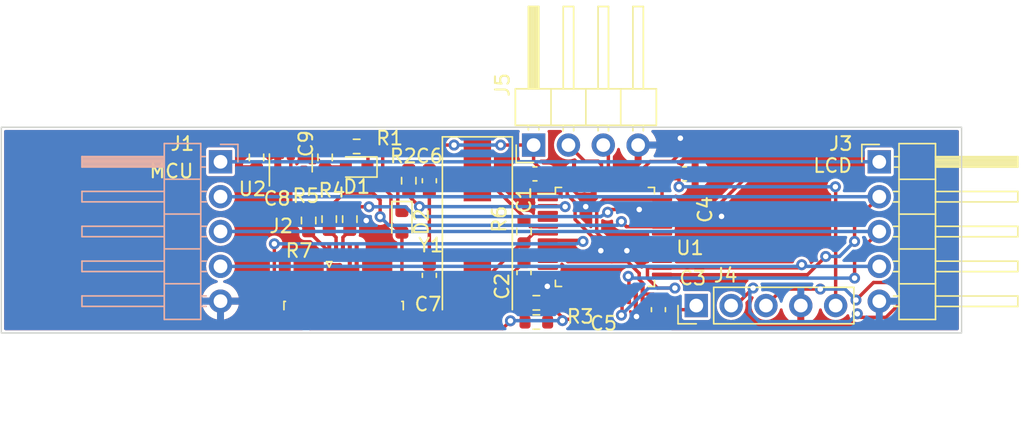
<source format=kicad_pcb>
(kicad_pcb (version 20210606) (generator pcbnew)
  (layers (0 "F.Cu" signal) (31 "B.Cu" signal) (34 "B.Paste" user) (35 "F.Paste" user) (36 "B.SilkS" user "B.Silkscreen") (37 "F.SilkS" user "F.Silkscreen") (38 "B.Mask" user) (39 "F.Mask" user) (44 "Edge.Cuts" user))
  (net 0 "")
  (net 1 "+3V3")
  (net 2 "GND")
  (net 3 "+5V")
  (net 4 "/DATA")
  (net 5 "/SCLK")
  (net 6 "/{slash}CS")
  (net 31 "/NRST")
  (net 32 "Net-(C6-Pad1)")
  (net 33 "/OSC_IN")
  (net 34 "/OSC_OUT")
  (net 35 "Net-(D1-Pad1)")
  (net 36 "Net-(D2-Pad1)")
  (net 37 "Net-(J2-Pad2)")
  (net 38 "Net-(J2-Pad3)")
  (net 39 "/SWCLK")
  (net 40 "/SWDIO")
  (net 41 "/PC13")
  (net 42 "VBUS")
  (net 43 "/USBDP")
  (net 44 "/USBDM")
  (net 45 "/SDA_USART1_RX")
  (net 46 "/SCL_USART1_TX")
  (footprint "Local:JUSHUO_AFC07-S05ECC-00_1x05_1MP_P0.5mm_Horizontal" (layer "F.Cu") (at 94.9 82.3)
    (fp_text reference "J2" (at -4.5 -4.1) (layer "F.SilkS"))
    (fp_text value "USB")
    (pad "1" smd rect (at -1 -2.2) (size 0.3 1.2) (layers "F.Cu" "F.Paste" "F.Mask") (net 42 "VBUS"))
    (pad "2" smd rect (at -0.5 -2.2) (size 0.3 1.2) (layers "F.Cu" "F.Paste" "F.Mask") (net 37 "Net-(J2-Pad2)"))
    (pad "3" smd rect (at 0 -2.2) (size 0.3 1.2) (layers "F.Cu" "F.Paste" "F.Mask") (net 38 "Net-(J2-Pad3)"))
    (pad "4" smd rect (at 0.5 -2.2) (size 0.3 1.2) (layers "F.Cu" "F.Paste" "F.Mask") (net 2 "GND"))
    (pad "5" smd rect (at 1 -2.2) (size 0.3 1.2) (layers "F.Cu" "F.Paste" "F.Mask") (net 2 "GND"))
    (pad "MP" smd rect (at 2.5 0) (size 2.2 3.3) (layers "F.Cu" "F.Paste" "F.Mask"))
    (pad "MP" smd rect (at -2.5 0) (size 2.2 3.3) (layers "F.Cu" "F.Paste" "F.Mask"))
  )
  (footprint "Resistor_SMD:R_0603_1608Metric" (layer "F.Cu") (at 92.4 77.8 90)
    (fp_text reference "R7" (at -2.2 -0.7 180) (layer "F.SilkS"))
    (fp_text value "4.7k" hide)
    (pad "1" smd roundrect locked (at -0.825 0 90) (size 0.8 0.95) (layers "F.Cu" "F.Paste" "F.Mask") (net 42 "VBUS"))
    (pad "2" smd roundrect locked (at 0.825 0 90) (size 0.8 0.95) (layers "F.Cu" "F.Paste" "F.Mask") (net 43 "/USBDP"))
  )
  (footprint "Package_QFP:LQFP-48_7x7mm_P0.5mm" (layer "F.Cu") (at 114 79)
    (fp_text reference "U1" (at 6.2 0.8) (layer "F.SilkS"))
    (fp_text value "STM32F103C8Tx" hide)
    (pad "1" smd roundrect locked (at -4.1625 -2.75) (size 1.475 0.3) (layers "F.Cu" "F.Paste" "F.Mask"))
    (pad "2" smd roundrect locked (at -4.1625 -2.25) (size 1.475 0.3) (layers "F.Cu" "F.Paste" "F.Mask") (net 41 "/PC13"))
    (pad "3" smd roundrect locked (at -4.1625 -1.75) (size 1.475 0.3) (layers "F.Cu" "F.Paste" "F.Mask"))
    (pad "4" smd roundrect locked (at -4.1625 -1.25) (size 1.475 0.3) (layers "F.Cu" "F.Paste" "F.Mask"))
    (pad "5" smd roundrect locked (at -4.1625 -0.75) (size 1.475 0.3) (layers "F.Cu" "F.Paste" "F.Mask") (net 33 "/OSC_IN"))
    (pad "6" smd roundrect locked (at -4.1625 -0.25) (size 1.475 0.3) (layers "F.Cu" "F.Paste" "F.Mask") (net 34 "/OSC_OUT"))
    (pad "7" smd roundrect locked (at -4.1625 0.25) (size 1.475 0.3) (layers "F.Cu" "F.Paste" "F.Mask") (net 31 "/NRST"))
    (pad "8" smd roundrect locked (at -4.1625 0.75) (size 1.475 0.3) (layers "F.Cu" "F.Paste" "F.Mask") (net 2 "GND"))
    (pad "9" smd roundrect locked (at -4.1625 1.25) (size 1.475 0.3) (layers "F.Cu" "F.Paste" "F.Mask") (net 1 "+3V3"))
    (pad "10" smd roundrect locked (at -4.1625 1.75) (size 1.475 0.3) (layers "F.Cu" "F.Paste" "F.Mask"))
    (pad "11" smd roundrect locked (at -4.1625 2.25) (size 1.475 0.3) (layers "F.Cu" "F.Paste" "F.Mask"))
    (pad "12" smd roundrect locked (at -4.1625 2.75) (size 1.475 0.3) (layers "F.Cu" "F.Paste" "F.Mask"))
    (pad "13" smd roundrect locked (at -2.75 4.1625) (size 0.3 1.475) (layers "F.Cu" "F.Paste" "F.Mask"))
    (pad "14" smd roundrect locked (at -2.25 4.1625) (size 0.3 1.475) (layers "F.Cu" "F.Paste" "F.Mask"))
    (pad "15" smd roundrect locked (at -1.75 4.1625) (size 0.3 1.475) (layers "F.Cu" "F.Paste" "F.Mask"))
    (pad "16" smd roundrect locked (at -1.25 4.1625) (size 0.3 1.475) (layers "F.Cu" "F.Paste" "F.Mask"))
    (pad "17" smd roundrect locked (at -0.75 4.1625) (size 0.3 1.475) (layers "F.Cu" "F.Paste" "F.Mask"))
    (pad "18" smd roundrect locked (at -0.25 4.1625) (size 0.3 1.475) (layers "F.Cu" "F.Paste" "F.Mask"))
    (pad "19" smd roundrect locked (at 0.25 4.1625) (size 0.3 1.475) (layers "F.Cu" "F.Paste" "F.Mask") (net 2 "GND"))
    (pad "20" smd roundrect locked (at 0.75 4.1625) (size 0.3 1.475) (layers "F.Cu" "F.Paste" "F.Mask"))
    (pad "21" smd roundrect locked (at 1.25 4.1625) (size 0.3 1.475) (layers "F.Cu" "F.Paste" "F.Mask") (net 6 "/{slash}CS"))
    (pad "22" smd roundrect locked (at 1.75 4.1625) (size 0.3 1.475) (layers "F.Cu" "F.Paste" "F.Mask") (net 5 "/SCLK"))
    (pad "23" smd roundrect locked (at 2.25 4.1625) (size 0.3 1.475) (layers "F.Cu" "F.Paste" "F.Mask") (net 2 "GND"))
    (pad "24" smd roundrect locked (at 2.75 4.1625) (size 0.3 1.475) (layers "F.Cu" "F.Paste" "F.Mask") (net 1 "+3V3"))
    (pad "25" smd roundrect locked (at 4.1625 2.75) (size 1.475 0.3) (layers "F.Cu" "F.Paste" "F.Mask") (net 4 "/DATA"))
    (pad "26" smd roundrect locked (at 4.1625 2.25) (size 1.475 0.3) (layers "F.Cu" "F.Paste" "F.Mask") (net 6 "/{slash}CS"))
    (pad "27" smd roundrect locked (at 4.1625 1.75) (size 1.475 0.3) (layers "F.Cu" "F.Paste" "F.Mask"))
    (pad "28" smd roundrect locked (at 4.1625 1.25) (size 1.475 0.3) (layers "F.Cu" "F.Paste" "F.Mask"))
    (pad "29" smd roundrect locked (at 4.1625 0.75) (size 1.475 0.3) (layers "F.Cu" "F.Paste" "F.Mask"))
    (pad "30" smd roundrect locked (at 4.1625 0.25) (size 1.475 0.3) (layers "F.Cu" "F.Paste" "F.Mask"))
    (pad "31" smd roundrect locked (at 4.1625 -0.25) (size 1.475 0.3) (layers "F.Cu" "F.Paste" "F.Mask"))
    (pad "32" smd roundrect locked (at 4.1625 -0.75) (size 1.475 0.3) (layers "F.Cu" "F.Paste" "F.Mask") (net 44 "/USBDM"))
    (pad "33" smd roundrect locked (at 4.1625 -1.25) (size 1.475 0.3) (layers "F.Cu" "F.Paste" "F.Mask") (net 43 "/USBDP"))
    (pad "34" smd roundrect locked (at 4.1625 -1.75) (size 1.475 0.3) (layers "F.Cu" "F.Paste" "F.Mask") (net 40 "/SWDIO"))
    (pad "35" smd roundrect locked (at 4.1625 -2.25) (size 1.475 0.3) (layers "F.Cu" "F.Paste" "F.Mask") (net 2 "GND"))
    (pad "36" smd roundrect locked (at 4.1625 -2.75) (size 1.475 0.3) (layers "F.Cu" "F.Paste" "F.Mask") (net 1 "+3V3"))
    (pad "37" smd roundrect locked (at 2.75 -4.1625) (size 0.3 1.475) (layers "F.Cu" "F.Paste" "F.Mask") (net 39 "/SWCLK"))
    (pad "38" smd roundrect locked (at 2.25 -4.1625) (size 0.3 1.475) (layers "F.Cu" "F.Paste" "F.Mask"))
    (pad "39" smd roundrect locked (at 1.75 -4.1625) (size 0.3 1.475) (layers "F.Cu" "F.Paste" "F.Mask"))
    (pad "40" smd roundrect locked (at 1.25 -4.1625) (size 0.3 1.475) (layers "F.Cu" "F.Paste" "F.Mask"))
    (pad "41" smd roundrect locked (at 0.75 -4.1625) (size 0.3 1.475) (layers "F.Cu" "F.Paste" "F.Mask"))
    (pad "42" smd roundrect locked (at 0.25 -4.1625) (size 0.3 1.475) (layers "F.Cu" "F.Paste" "F.Mask") (net 46 "/SCL_USART1_TX"))
    (pad "43" smd roundrect locked (at -0.25 -4.1625) (size 0.3 1.475) (layers "F.Cu" "F.Paste" "F.Mask") (net 45 "/SDA_USART1_RX"))
    (pad "44" smd roundrect locked (at -0.75 -4.1625) (size 0.3 1.475) (layers "F.Cu" "F.Paste" "F.Mask") (net 2 "GND"))
    (pad "45" smd roundrect locked (at -1.25 -4.1625) (size 0.3 1.475) (layers "F.Cu" "F.Paste" "F.Mask"))
    (pad "46" smd roundrect locked (at -1.75 -4.1625) (size 0.3 1.475) (layers "F.Cu" "F.Paste" "F.Mask"))
    (pad "47" smd roundrect locked (at -2.25 -4.1625) (size 0.3 1.475) (layers "F.Cu" "F.Paste" "F.Mask") (net 2 "GND"))
    (pad "48" smd roundrect locked (at -2.75 -4.1625) (size 0.3 1.475) (layers "F.Cu" "F.Paste" "F.Mask") (net 1 "+3V3"))
  )
  (footprint "Capacitor_SMD:C_0603_1608Metric" (layer "F.Cu") (at 108.1 81.6 -90)
    (fp_text reference "C2" (at 1 1.6 90) (layer "F.SilkS"))
    (fp_text value "100n" hide)
    (pad "1" smd roundrect locked (at -0.775 0 270) (size 0.9 0.95) (layers "F.Cu" "F.Paste" "F.Mask") (net 1 "+3V3"))
    (pad "2" smd roundrect locked (at 0.775 0 270) (size 0.9 0.95) (layers "F.Cu" "F.Paste" "F.Mask") (net 2 "GND"))
  )
  (footprint "Capacitor_SMD:C_0603_1608Metric" (layer "F.Cu") (at 108.9 74.4 180)
    (fp_text reference "C1" (at 0.8 -1.9 90) (layer "F.SilkS"))
    (fp_text value "100n" hide)
    (pad "1" smd roundrect locked (at -0.775 0 180) (size 0.9 0.95) (layers "F.Cu" "F.Paste" "F.Mask") (net 1 "+3V3"))
    (pad "2" smd roundrect locked (at 0.775 0 180) (size 0.9 0.95) (layers "F.Cu" "F.Paste" "F.Mask") (net 2 "GND"))
  )
  (footprint "Capacitor_SMD:C_0603_1608Metric" (layer "F.Cu") (at 117.9 84.3 -90)
    (fp_text reference "C3" (at -2.3 -2.5 180) (layer "F.SilkS"))
    (fp_text value "100n" hide)
    (pad "1" smd roundrect locked (at -0.775 0 270) (size 0.9 0.95) (layers "F.Cu" "F.Paste" "F.Mask") (net 1 "+3V3"))
    (pad "2" smd roundrect locked (at 0.775 0 270) (size 0.9 0.95) (layers "F.Cu" "F.Paste" "F.Mask") (net 2 "GND"))
  )
  (footprint "Connector_PinHeader_2.54mm:PinHeader_1x05_P2.54mm_Vertical" (layer "F.Cu") (at 120.66 84 90)
    (fp_text reference "J4" (at 2.2 2.14 180) (layer "F.SilkS"))
    (fp_text value "ST-Link V2" hide)
    (pad "1" thru_hole rect locked (at 0 0 90) (size 1.7 1.7) (drill 1) (layers *.Cu *.Mask) (net 31 "/NRST"))
    (pad "2" thru_hole oval locked (at 0 2.54 90) (size 1.7 1.7) (drill 1) (layers *.Cu *.Mask) (net 39 "/SWCLK"))
    (pad "3" thru_hole oval locked (at 0 5.08 90) (size 1.7 1.7) (drill 1) (layers *.Cu *.Mask) (net 40 "/SWDIO"))
    (pad "4" thru_hole oval locked (at 0 7.62 90) (size 1.7 1.7) (drill 1) (layers *.Cu *.Mask) (net 2 "GND"))
    (pad "5" thru_hole oval locked (at 0 10.16 90) (size 1.7 1.7) (drill 1) (layers *.Cu *.Mask) (net 1 "+3V3"))
  )
  (footprint "LED_SMD:LED_0603_1608Metric" (layer "F.Cu") (at 95.9 73.9 180)
    (fp_text reference "D1" (at 0 -1.43) (layer "F.SilkS"))
    (fp_text value "LED_3V3" hide)
    (pad "1" smd roundrect (at -0.7875 0 180) (size 0.875 0.95) (layers "F.Cu" "F.Paste" "F.Mask") (net 35 "Net-(D1-Pad1)"))
    (pad "2" smd roundrect (at 0.7875 0 180) (size 0.875 0.95) (layers "F.Cu" "F.Paste" "F.Mask") (net 1 "+3V3"))
  )
  (footprint "Connector_PinHeader_2.54mm:PinHeader_1x05_P2.54mm_Horizontal" (layer "F.Cu") (at 134 73.525)
    (fp_text reference "J3" (at -2.8 -1.325) (layer "F.SilkS"))
    (fp_text value "LCD" (at -3.4 0.275) (layer "F.SilkS"))
    (pad "1" thru_hole rect locked (at 0 0) (size 1.7 1.7) (drill 1) (layers *.Cu *.Mask) (net 3 "+5V"))
    (pad "2" thru_hole oval locked (at 0 2.54) (size 1.7 1.7) (drill 1) (layers *.Cu *.Mask) (net 4 "/DATA"))
    (pad "3" thru_hole oval locked (at 0 5.08) (size 1.7 1.7) (drill 1) (layers *.Cu *.Mask) (net 5 "/SCLK"))
    (pad "4" thru_hole oval locked (at 0 7.62) (size 1.7 1.7) (drill 1) (layers *.Cu *.Mask) (net 6 "/{slash}CS"))
    (pad "5" thru_hole oval locked (at 0 10.16) (size 1.7 1.7) (drill 1) (layers *.Cu *.Mask) (net 2 "GND"))
  )
  (footprint "Resistor_SMD:R_0603_1608Metric" (layer "F.Cu") (at 93.6 73.2 90)
    (fp_text reference "C9" (at 1 -1.4 270) (layer "F.SilkS"))
    (fp_text value "1uF" hide)
    (pad "1" smd roundrect locked (at -0.825 0 90) (size 0.8 0.95) (layers "F.Cu" "F.Paste" "F.Mask") (net 1 "+3V3"))
    (pad "2" smd roundrect locked (at 0.825 0 90) (size 0.8 0.95) (layers "F.Cu" "F.Paste" "F.Mask") (net 2 "GND"))
  )
  (footprint "Resistor_SMD:R_0603_1608Metric" (layer "F.Cu") (at 108.1 78.6 -90)
    (fp_text reference "R6" (at -0.9 1.8 -90) (layer "F.SilkS"))
    (fp_text value "1M" hide)
    (pad "1" smd roundrect locked (at -0.825 0 270) (size 0.8 0.95) (layers "F.Cu" "F.Paste" "F.Mask") (net 33 "/OSC_IN"))
    (pad "2" smd roundrect locked (at 0.825 0 270) (size 0.8 0.95) (layers "F.Cu" "F.Paste" "F.Mask") (net 34 "/OSC_OUT"))
  )
  (footprint "Connector_PinHeader_2.54mm:PinHeader_1x04_P2.54mm_Horizontal" (layer "F.Cu") (at 108.8 72.3 90)
    (fp_text reference "J5" (at 4.385 -2.27 90) (layer "F.SilkS"))
    (fp_text value "EXPANSION")
    (pad "1" thru_hole rect locked (at 0 0 90) (size 1.7 1.7) (drill 1) (layers *.Cu *.Mask) (net 1 "+3V3"))
    (pad "2" thru_hole oval locked (at 0 2.54 90) (size 1.7 1.7) (drill 1) (layers *.Cu *.Mask) (net 45 "/SDA_USART1_RX"))
    (pad "3" thru_hole oval locked (at 0 5.08 90) (size 1.7 1.7) (drill 1) (layers *.Cu *.Mask) (net 46 "/SCL_USART1_TX"))
    (pad "4" thru_hole oval locked (at 0 7.62 90) (size 1.7 1.7) (drill 1) (layers *.Cu *.Mask) (net 2 "GND"))
  )
  (footprint "Resistor_SMD:R_0603_1608Metric" (layer "F.Cu") (at 93.9 77.7 90)
    (fp_text reference "R5" (at 1.7 -1.7 180) (layer "F.SilkS"))
    (fp_text value "20R" hide)
    (pad "1" smd roundrect locked (at -0.825 0 90) (size 0.8 0.95) (layers "F.Cu" "F.Paste" "F.Mask") (net 37 "Net-(J2-Pad2)"))
    (pad "2" smd roundrect locked (at 0.825 0 90) (size 0.8 0.95) (layers "F.Cu" "F.Paste" "F.Mask") (net 44 "/USBDM"))
  )
  (footprint "Resistor_SMD:R_0603_1608Metric" (layer "F.Cu") (at 95.9 72.4 180)
    (fp_text reference "R1" (at -2.4 0.6) (layer "F.SilkS"))
    (fp_text value "510" hide)
    (pad "1" smd roundrect locked (at -0.825 0 180) (size 0.8 0.95) (layers "F.Cu" "F.Paste" "F.Mask") (net 35 "Net-(D1-Pad1)"))
    (pad "2" smd roundrect locked (at 0.825 0 180) (size 0.8 0.95) (layers "F.Cu" "F.Paste" "F.Mask") (net 2 "GND"))
  )
  (footprint "Package_TO_SOT_SMD:SOT-23" (layer "F.Cu") (at 91.1 73.6 90)
    (fp_text reference "U2" (at -1.9 -2.8 180) (layer "F.SilkS"))
    (fp_text value "XC6206PxxxMR" hide)
    (pad "1" smd roundrect locked (at -0.9375 -0.95 90) (size 1.475 0.6) (layers "F.Cu" "F.Paste" "F.Mask") (net 2 "GND"))
    (pad "2" smd roundrect locked (at -0.9375 0.95 90) (size 1.475 0.6) (layers "F.Cu" "F.Paste" "F.Mask") (net 1 "+3V3"))
    (pad "3" smd roundrect locked (at 0.9375 0 90) (size 1.475 0.6) (layers "F.Cu" "F.Paste" "F.Mask") (net 42 "VBUS"))
  )
  (footprint "Crystal:Crystal_SMD_HC49-SD" (layer "F.Cu") (at 104.7 78.4 -90)
    (fp_text reference "Y1" (at 1.2 3.4) (layer "F.SilkS"))
    (fp_text value "8 MHz" hide)
    (pad "1" smd rect locked (at -4.25 0 270) (size 4.5 2) (layers "F.Cu" "F.Paste" "F.Mask") (net 33 "/OSC_IN"))
    (pad "2" smd rect locked (at 4.25 0 270) (size 4.5 2) (layers "F.Cu" "F.Paste" "F.Mask") (net 34 "/OSC_OUT"))
  )
  (footprint "Capacitor_SMD:C_0603_1608Metric" (layer "F.Cu") (at 101.2 81.8 -90)
    (fp_text reference "C7" (at 2.1 0.1 180) (layer "F.SilkS"))
    (fp_text value "20p" hide)
    (pad "1" smd roundrect locked (at -0.775 0 270) (size 0.9 0.95) (layers "F.Cu" "F.Paste" "F.Mask") (net 32 "Net-(C6-Pad1)"))
    (pad "2" smd roundrect locked (at 0.775 0 270) (size 0.9 0.95) (layers "F.Cu" "F.Paste" "F.Mask") (net 34 "/OSC_OUT"))
  )
  (footprint "Resistor_SMD:R_0603_1608Metric" (layer "F.Cu") (at 88.6 73.2 -90)
    (fp_text reference "C8" (at 3 -1.5 180) (layer "F.SilkS"))
    (fp_text value "1uF" hide)
    (pad "1" smd roundrect locked (at -0.825 0 270) (size 0.8 0.95) (layers "F.Cu" "F.Paste" "F.Mask") (net 42 "VBUS"))
    (pad "2" smd roundrect locked (at 0.825 0 270) (size 0.8 0.95) (layers "F.Cu" "F.Paste" "F.Mask") (net 2 "GND"))
  )
  (footprint "Capacitor_SMD:C_0603_1608Metric" (layer "F.Cu") (at 101.2 74.9 90)
    (fp_text reference "C6" (at 1.8 0 180) (layer "F.SilkS"))
    (fp_text value "20p" hide)
    (pad "1" smd roundrect locked (at -0.775 0 90) (size 0.9 0.95) (layers "F.Cu" "F.Paste" "F.Mask") (net 32 "Net-(C6-Pad1)"))
    (pad "2" smd roundrect locked (at 0.775 0 90) (size 0.9 0.95) (layers "F.Cu" "F.Paste" "F.Mask") (net 33 "/OSC_IN"))
  )
  (footprint "Resistor_SMD:R_0603_1608Metric" (layer "F.Cu") (at 109 83.8 180)
    (fp_text reference "C5" (at -4.9 -1.5) (layer "F.SilkS"))
    (fp_text value "1uF" hide)
    (pad "1" smd roundrect locked (at -0.825 0 180) (size 0.8 0.95) (layers "F.Cu" "F.Paste" "F.Mask") (net 31 "/NRST"))
    (pad "2" smd roundrect locked (at 0.825 0 180) (size 0.8 0.95) (layers "F.Cu" "F.Paste" "F.Mask") (net 2 "GND"))
  )
  (footprint "LED_SMD:LED_0603_1608Metric" (layer "F.Cu") (at 99.2 77.9 -90)
    (fp_text reference "D2" (at 0 -1.43 90) (layer "F.SilkS"))
    (fp_text value "LED_PC13" hide)
    (pad "1" smd roundrect (at -0.7875 0 270) (size 0.875 0.95) (layers "F.Cu" "F.Paste" "F.Mask") (net 36 "Net-(D2-Pad1)"))
    (pad "2" smd roundrect (at 0.7875 0 270) (size 0.875 0.95) (layers "F.Cu" "F.Paste" "F.Mask") (net 1 "+3V3"))
  )
  (footprint "Resistor_SMD:R_0603_1608Metric" (layer "F.Cu") (at 95.4 77.7 90)
    (fp_text reference "R4" (at 2.1 -1.3 180) (layer "F.SilkS"))
    (fp_text value "20R" hide)
    (pad "1" smd roundrect locked (at -0.825 0 90) (size 0.8 0.95) (layers "F.Cu" "F.Paste" "F.Mask") (net 38 "Net-(J2-Pad3)"))
    (pad "2" smd roundrect locked (at 0.825 0 90) (size 0.8 0.95) (layers "F.Cu" "F.Paste" "F.Mask") (net 43 "/USBDP"))
  )
  (footprint "Resistor_SMD:R_0603_1608Metric" (layer "F.Cu") (at 99.7 74.9 -90)
    (fp_text reference "R2" (at -1.8 0.4 180) (layer "F.SilkS"))
    (fp_text value "510" hide)
    (pad "1" smd roundrect locked (at -0.825 0 270) (size 0.8 0.95) (layers "F.Cu" "F.Paste" "F.Mask") (net 36 "Net-(D2-Pad1)"))
    (pad "2" smd roundrect locked (at 0.825 0 270) (size 0.8 0.95) (layers "F.Cu" "F.Paste" "F.Mask") (net 41 "/PC13"))
  )
  (footprint "Resistor_SMD:R_0603_1608Metric" (layer "F.Cu") (at 109 85.2)
    (fp_text reference "R3" (at 3.2 -0.4) (layer "F.SilkS"))
    (fp_text value "10K" hide)
    (pad "1" smd roundrect locked (at -0.825 0) (size 0.8 0.95) (layers "F.Cu" "F.Paste" "F.Mask") (net 1 "+3V3"))
    (pad "2" smd roundrect locked (at 0.825 0) (size 0.8 0.95) (layers "F.Cu" "F.Paste" "F.Mask") (net 31 "/NRST"))
  )
  (footprint "Capacitor_SMD:C_0603_1608Metric" (layer "F.Cu") (at 119.8 74.4)
    (fp_text reference "C4" (at 1.5 2.6 90) (layer "F.SilkS"))
    (fp_text value "100n" hide)
    (pad "1" smd roundrect locked (at -0.775 0) (size 0.9 0.95) (layers "F.Cu" "F.Paste" "F.Mask") (net 1 "+3V3"))
    (pad "2" smd roundrect locked (at 0.775 0) (size 0.9 0.95) (layers "F.Cu" "F.Paste" "F.Mask") (net 2 "GND"))
  )
  (footprint "Connector_PinHeader_2.54mm:PinHeader_1x05_P2.54mm_Horizontal" (layer "B.Cu") (at 85.975 73.52 180)
    (fp_text reference "J1" (at 2.775 1.32) (layer "F.SilkS"))
    (fp_text value "MCU" (at 3.575 -0.68) (layer "F.SilkS"))
    (pad "1" thru_hole rect locked (at 0 0 180) (size 1.7 1.7) (drill 1) (layers *.Cu *.Mask) (net 3 "+5V"))
    (pad "2" thru_hole oval locked (at 0 -2.54 180) (size 1.7 1.7) (drill 1) (layers *.Cu *.Mask) (net 4 "/DATA"))
    (pad "3" thru_hole oval locked (at 0 -5.08 180) (size 1.7 1.7) (drill 1) (layers *.Cu *.Mask) (net 5 "/SCLK"))
    (pad "4" thru_hole oval locked (at 0 -7.62 180) (size 1.7 1.7) (drill 1) (layers *.Cu *.Mask) (net 6 "/{slash}CS"))
    (pad "5" thru_hole oval locked (at 0 -10.16 180) (size 1.7 1.7) (drill 1) (layers *.Cu *.Mask) (net 2 "GND"))
  )
  (gr_rect (start 70 71) (end 140 86) (layer "Edge.Cuts") (width 0.1) (fill none))
  (segment (start 109.8375 80.25) (end 108.675 80.25) (width 0.25) (layer "F.Cu") (net 1))
  (segment (start 99.2 81.83421) (end 102.590301 85.224511) (width 0.25) (layer "F.Cu") (net 1))
  (segment (start 118.1625 76.25) (end 113.925386 76.25) (width 0.25) (layer "F.Cu") (net 1))
  (segment (start 113.925386 76.25) (end 113.4 76.775386) (width 0.25) (layer "F.Cu") (net 1))
  (segment (start 95.1125 73.9) (end 93.725 73.9) (width 0.25) (layer "F.Cu") (net 1))
  (segment (start 98.40048 77.98798) (end 98.40048 75.96165) (width 0.25) (layer "F.Cu") (net 1))
  (segment (start 92.5625 74.025) (end 92.05 74.5375) (width 0.25) (layer "F.Cu") (net 1))
  (segment (start 108.675 80.25) (end 108.1 80.825) (width 0.25) (layer "F.Cu") (net 1))
  (segment (start 116.75 82.352922) (end 116.497558 82.10048) (width 0.25) (layer "F.Cu") (net 1))
  (segment (start 102.590301 85.224511) (end 105.975489 85.224511) (width 0.25) (layer "F.Cu") (net 1))
  (segment (start 105.975489 85.224511) (end 107.3 83.9) (width 0.25) (layer "F.Cu") (net 1))
  (segment (start 113.724557 78.999943) (end 114.5 79.775386) (width 0.25) (layer "F.Cu") (net 1))
  (segment (start 119.025 74.45) (end 118.1625 75.3125) (width 0.25) (layer "F.Cu") (net 1))
  (segment (start 111.824511 77.724397) (end 113.100057 78.999943) (width 0.25) (layer "F.Cu") (net 1))
  (segment (start 113.4 78.675386) (end 113.724557 78.999943) (width 0.25) (layer "F.Cu") (net 1))
  (segment (start 115.655114 80.8) (end 111.3 80.8) (width 0.25) (layer "F.Cu") (net 1))
  (segment (start 107.3 84.148854) (end 107.3 83.9) (width 0.25) (layer "F.Cu") (net 1))
  (segment (start 110.8125 74.4) (end 111.25 74.8375) (width 0.25) (layer "F.Cu") (net 1))
  (segment (start 119.4 75.3405) (end 119.4 74.775) (width 0.25) (layer "F.Cu") (net 1))
  (segment (start 108.8 73.525) (end 109.675 74.4) (width 0.25) (layer "F.Cu") (net 1))
  (segment (start 93.725 73.9) (end 93.6 74.025) (width 0.25) (layer "F.Cu") (net 1))
  (segment (start 119.025 74.4) (end 119.025 74.45) (width 0.25) (layer "F.Cu") (net 1))
  (segment (start 108.175 85.023854) (end 107.3 84.148854) (width 0.25) (layer "F.Cu") (net 1))
  (segment (start 99.2 78.7875) (end 99.2 81.83421) (width 0.25) (layer "F.Cu") (net 1))
  (segment (start 111.3 80.8) (end 110.75 80.25) (width 0.25) (layer "F.Cu") (net 1))
  (segment (start 130.82 84) (end 130.82 75.42) (width 0.25) (layer "F.Cu") (net 1))
  (segment (start 111.25 75.914886) (end 111.824511 76.489397) (width 0.25) (layer "F.Cu") (net 1))
  (segment (start 111.824511 76.489397) (end 111.824511 77.724397) (width 0.25) (layer "F.Cu") (net 1))
  (segment (start 116.497558 82.10048) (end 116.497558 81.642444) (width 0.25) (layer "F.Cu") (net 1))
  (segment (start 113.4 76.775386) (end 113.4 78.675386) (width 0.25) (layer "F.Cu") (net 1))
  (segment (start 98.40048 75.96165) (end 97.13835 74.69952) (width 0.25) (layer "F.Cu") (net 1))
  (segment (start 108.175 85.2) (end 108.175 85.023854) (width 0.25) (layer "F.Cu") (net 1))
  (segment (start 110.75 80.25) (end 109.8375 80.25) (width 0.25) (layer "F.Cu") (net 1))
  (segment (start 93.6 74.025) (end 92.5625 74.025) (width 0.25) (layer "F.Cu") (net 1))
  (segment (start 109.675 74.4) (end 110.8125 74.4) (width 0.25) (layer "F.Cu") (net 1))
  (segment (start 97.8 74.03787) (end 97.13835 74.69952) (width 0.25) (layer "F.Cu") (net 1))
  (segment (start 111.25 74.8375) (end 111.25 75.914886) (width 0.25) (layer "F.Cu") (net 1))
  (segment (start 97.8 72.7) (end 97.8 74.03787) (width 0.25) (layer "F.Cu") (net 1))
  (segment (start 99.2 78.7875) (end 98.40048 77.98798) (width 0.25) (layer "F.Cu") (net 1))
  (segment (start 116.75 83.1625) (end 116.75 82.352922) (width 0.25) (layer "F.Cu") (net 1))
  (segment (start 116.497558 81.642444) (end 115.655114 80.8) (width 0.25) (layer "F.Cu") (net 1))
  (segment (start 113.100057 78.999943) (end 113.724557 78.999943) (width 0.25) (layer "F.Cu") (net 1))
  (segment (start 116.75 83.1625) (end 117.5375 83.1625) (width 0.25) (layer "F.Cu") (net 1))
  (segment (start 119.4 74.775) (end 119.025 74.4) (width 0.25) (layer "F.Cu") (net 1))
  (segment (start 108.8 72.3) (end 108.8 73.525) (width 0.25) (layer "F.Cu") (net 1))
  (segment (start 97.13835 74.69952) (end 95.91202 74.69952) (width 0.25) (layer "F.Cu") (net 1))
  (segment (start 117.5375 83.1625) (end 117.9 83.525) (width 0.25) (layer "F.Cu") (net 1))
  (segment (start 118.1625 75.3125) (end 118.1625 76.25) (width 0.25) (layer "F.Cu") (net 1))
  (segment (start 107.3 81.625) (end 108.1 80.825) (width 0.25) (layer "F.Cu") (net 1))
  (segment (start 107.3 83.9) (end 107.3 81.625) (width 0.25) (layer "F.Cu") (net 1))
  (segment (start 114.5 79.775386) (end 114.5 80.8) (width 0.25) (layer "F.Cu") (net 1))
  (segment (start 98.2 72.3) (end 97.8 72.7) (width 0.25) (layer "F.Cu") (net 1))
  (segment (start 95.91202 74.69952) (end 95.1125 73.9) (width 0.25) (layer "F.Cu") (net 1))
  (segment (start 95.0875 73.925) (end 95.1125 73.9) (width 0.25) (layer "F.Cu") (net 1))
  (segment (start 106.4 72.3) (end 108.8 72.3) (width 0.25) (layer "F.Cu") (net 1))
  (segment (start 103 72.3) (end 98.2 72.3) (width 0.25) (layer "F.Cu") (net 1))
  (via (at 119.4 75.3405) (size 0.8) (drill 0.4) (layers "F.Cu" "B.Cu") (net 1))
  (via (at 103 72.3) (size 0.8) (drill 0.4) (layers "F.Cu" "B.Cu") (net 1))
  (via (at 130.8 75.3405) (size 0.8) (drill 0.4) (layers "F.Cu" "B.Cu") (net 1))
  (via (at 106.4 72.3) (size 0.8) (drill 0.4) (layers "F.Cu" "B.Cu") (net 1))
  (segment (start 106.4 72.3) (end 103 72.3) (width 0.25) (layer "B.Cu") (net 1))
  (segment (start 119.4 75.3405) (end 130.8 75.3405) (width 0.25) (layer "B.Cu") (net 1))
  (segment (start 119 72.3) (end 119.5 71.8) (width 0.25) (layer "F.Cu") (net 2))
  (segment (start 113.25 75.647078) (end 113.25 74.8375) (width 0.25) (layer "F.Cu") (net 2))
  (segment (start 112.997558 75.89952) (end 113.25 75.647078) (width 0.25) (layer "F.Cu") (net 2))
  (segment (start 112.002442 75.89952) (end 112.49952 75.89952) (width 0.25) (layer "F.Cu") (net 2))
  (segment (start 112.49952 75.89952) (end 112.997558 75.89952) (width 0.25) (layer "F.Cu") (net 2))
  (segment (start 111.75 75.647078) (end 112.002442 75.89952) (width 0.25) (layer "F.Cu") (net 2))
  (segment (start 112.49952 76.789031) (end 112.49952 75.89952) (width 0.25) (layer "F.Cu") (net 2))
  (segment (start 111.75 74.8375) (end 111.75 75.647078) (width 0.25) (layer "F.Cu") (net 2))
  (segment (start 116.42 72.3) (end 119 72.3) (width 0.25) (layer "F.Cu") (net 2))
  (segment (start 112.6 76.789511) (end 112.49952 76.789031) (width 0.25) (layer "F.Cu") (net 2))
  (via (at 122.5 77.5) (size 0.8) (drill 0.4) (layers "F.Cu" "B.Cu") (net 2))
  (via (at 113.7 80) (size 0.8) (drill 0.4) (layers "F.Cu" "B.Cu") (net 2))
  (via (at 115.6 80) (size 0.8) (drill 0.4) (layers "F.Cu" "B.Cu") (net 2))
  (via (at 96.6 77.8) (size 0.8) (drill 0.4) (layers "F.Cu" "B.Cu") (net 2))
  (via (at 119.5 71.8) (size 0.8) (drill 0.4) (layers "F.Cu" "B.Cu") (net 2))
  (via (at 116.3 84.8) (size 0.8) (drill 0.4) (layers "F.Cu" "B.Cu") (net 2))
  (via (at 112.6 76.789511) (size 0.8) (drill 0.4) (layers "F.Cu" "B.Cu") (net 2))
  (via (at 109.8 82.6) (size 0.8) (drill 0.4) (layers "F.Cu" "B.Cu") (net 2))
  (via (at 116.5 77) (size 0.8) (drill 0.4) (layers "F.Cu" "B.Cu") (net 2))
  (segment (start 85.975 73.52) (end 133.995 73.52) (width 0.25) (layer "B.Cu") (net 3))
  (segment (start 133.995 73.52) (end 134 73.525) (width 0.25) (layer "B.Cu") (net 3))
  (segment (start 132.2 77.865) (end 134 76.065) (width 0.25) (layer "F.Cu") (net 4))
  (segment (start 132.2 79.3245) (end 132.2 77.865) (width 0.25) (layer "F.Cu") (net 4))
  (segment (start 118.1625 81.75) (end 128.766 81.75) (width 0.25) (layer "F.Cu") (net 4))
  (segment (start 128.766 81.75) (end 130.0955 80.4205) (width 0.25) (layer "F.Cu") (net 4))
  (via (at 130.0955 80.4205) (size 0.8) (drill 0.4) (layers "F.Cu" "B.Cu") (net 4))
  (via (at 132.2 79.3245) (size 0.8) (drill 0.4) (layers "F.Cu" "B.Cu") (net 4))
  (segment (start 134 76.065) (end 85.98 76.065) (width 0.25) (layer "B.Cu") (net 4))
  (segment (start 85.98 76.065) (end 85.975 76.06) (width 0.25) (layer "B.Cu") (net 4))
  (segment (start 131.104 80.4205) (end 132.2 79.3245) (width 0.25) (layer "B.Cu") (net 4))
  (segment (start 130.0955 80.4205) (end 131.104 80.4205) (width 0.25) (layer "B.Cu") (net 4))
  (segment (start 132.2 82) (end 132.2 80.405) (width 0.25) (layer "F.Cu") (net 5))
  (segment (start 115.75 83.1625) (end 115.75 81.9195) (width 0.25) (layer "F.Cu") (net 5))
  (segment (start 132.2 80.405) (end 134 78.605) (width 0.25) (layer "F.Cu") (net 5))
  (segment (start 115.75 81.9195) (end 115.7 81.8695) (width 0.25) (layer "F.Cu") (net 5))
  (via (at 132.2 82) (size 0.8) (drill 0.4) (layers "F.Cu" "B.Cu") (net 5))
  (via (at 115.7 81.8695) (size 0.8) (drill 0.4) (layers "F.Cu" "B.Cu") (net 5))
  (segment (start 115.7 81.8695) (end 115.8305 82) (width 0.25) (layer "B.Cu") (net 5))
  (segment (start 85.975 78.6) (end 133.995 78.6) (width 0.25) (layer "B.Cu") (net 5))
  (segment (start 115.8305 82) (end 132.2 82) (width 0.25) (layer "B.Cu") (net 5))
  (segment (start 133.995 78.6) (end 134 78.605) (width 0.25) (layer "B.Cu") (net 5))
  (segment (start 115.2 84.7) (end 115.25 84.65) (width 0.25) (layer "F.Cu") (net 6))
  (segment (start 117.15 81.25) (end 118.1625 81.25) (width 0.25) (layer "F.Cu") (net 6))
  (segment (start 119.1 82.7245) (end 117.827422 82.7245) (width 0.25) (layer "F.Cu") (net 6))
  (segment (start 128.121201 81.25) (end 128.345701 81.0255) (width 0.25) (layer "F.Cu") (net 6))
  (segment (start 117.827422 82.7245) (end 117.10048 81.997558) (width 0.25) (layer "F.Cu") (net 6))
  (segment (start 117.10048 81.997558) (end 117.10048 81.29952) (width 0.25) (layer "F.Cu") (net 6))
  (segment (start 117.10048 81.29952) (end 117.15 81.25) (width 0.25) (layer "F.Cu") (net 6))
  (segment (start 118.1625 81.25) (end 128.121201 81.25) (width 0.25) (layer "F.Cu") (net 6))
  (segment (start 115.25 84.65) (end 115.25 83.1625) (width 0.25) (layer "F.Cu") (net 6))
  (via (at 119.1 82.7245) (size 0.8) (drill 0.4) (layers "F.Cu" "B.Cu") (net 6))
  (via (at 115.2 84.7) (size 0.8) (drill 0.4) (layers "F.Cu" "B.Cu") (net 6))
  (via (at 128.345701 81.0255) (size 0.8) (drill 0.4) (layers "F.Cu" "B.Cu") (net 6))
  (segment (start 134 81.145) (end 85.98 81.145) (width 0.25) (layer "B.Cu") (net 6))
  (segment (start 119.1 82.7245) (end 117.1755 82.7245) (width 0.25) (layer "B.Cu") (net 6))
  (segment (start 85.98 81.145) (end 85.975 81.14) (width 0.25) (layer "B.Cu") (net 6))
  (segment (start 117.1755 82.7245) (end 115.2 84.7) (width 0.25) (layer "B.Cu") (net 6))
  (segment (start 120.36 84.3) (end 120.66 84) (width 0.25) (layer "F.Cu") (net 31))
  (segment (start 114.4 85) (end 114.912307 85.512307) (width 0.25) (layer "F.Cu") (net 31))
  (segment (start 117.024511 85.375489) (end 117.024511 84.691279) (width 0.25) (layer "F.Cu") (net 31))
  (segment (start 115.987693 85.512307) (end 115.999897 85.524511) (width 0.25) (layer "F.Cu") (net 31))
  (segment (start 117.41579 84.3) (end 120.36 84.3) (width 0.25) (layer "F.Cu") (net 31))
  (segment (start 116.875489 85.524511) (end 117.024511 85.375489) (width 0.25) (layer "F.Cu") (net 31))
  (segment (start 110.9 84.875) (end 109.825 83.8) (width 0.25) (layer "F.Cu") (net 31))
  (segment (start 121.2 83.46) (end 120.66 84) (width 0.25) (layer "F.Cu") (net 31))
  (segment (start 117.024511 84.691279) (end 117.41579 84.3) (width 0.25) (layer "F.Cu") (net 31))
  (segment (start 120.66 84) (end 120.35952 84.30048) (width 0.25) (layer "F.Cu") (net 31))
  (segment (start 110.9 85.1) (end 111 85) (width 0.25) (layer "F.Cu") (net 31))
  (segment (start 109.825 83.8) (end 109.825 85.2) (width 0.25) (layer "F.Cu") (net 31))
  (segment (start 110.9 85.1) (end 110.9 84.875) (width 0.25) (layer "F.Cu") (net 31))
  (segment (start 111 85) (end 114.4 85) (width 0.25) (layer "F.Cu") (net 31))
  (segment (start 89.9 79.5) (end 89.9 83.069022) (width 0.25) (layer "F.Cu") (net 31))
  (segment (start 115.999897 85.524511) (end 116.875489 85.524511) (width 0.25) (layer "F.Cu") (net 31))
  (segment (start 106.550567 85.674031) (end 107.112299 85.112299) (width 0.25) (layer "F.Cu") (net 31))
  (segment (start 92.505009 85.674031) (end 106.550567 85.674031) (width 0.25) (layer "F.Cu") (net 31))
  (segment (start 114.912307 85.512307) (end 115.987693 85.512307) (width 0.25) (layer "F.Cu") (net 31))
  (segment (start 89.9 83.069022) (end 92.505009 85.674031) (width 0.25) (layer "F.Cu") (net 31))
  (segment (start 109.8375 79.25) (end 112.3255 79.25) (width 0.25) (layer "F.Cu") (net 31))
  (segment (start 112.3255 79.25) (end 112.4 79.3245) (width 0.25) (layer "F.Cu") (net 31))
  (via (at 89.9 79.5) (size 0.8) (drill 0.4) (layers "F.Cu" "B.Cu") (net 31))
  (via (at 110.9 85.1) (size 0.8) (drill 0.4) (layers "F.Cu" "B.Cu") (net 31))
  (via (at 112.4 79.3245) (size 0.8) (drill 0.4) (layers "F.Cu" "B.Cu") (net 31))
  (via (at 107.112299 85.112299) (size 0.8) (drill 0.4) (layers "F.Cu" "B.Cu") (net 31))
  (segment (start 107.112299 85.112299) (end 107.124598 85.1) (width 0.25) (layer "B.Cu") (net 31))
  (segment (start 112.4 79.3245) (end 111.9 79.5) (width 0.25) (layer "B.Cu") (net 31))
  (segment (start 111.9 79.5) (end 89.9 79.5) (width 0.25) (layer "B.Cu") (net 31))
  (segment (start 107.124598 85.1) (end 110.9 85.1) (width 0.25) (layer "B.Cu") (net 31))
  (segment (start 101.2 81.025) (end 101.2 75.675) (width 0.25) (layer "F.Cu") (net 32))
  (segment (start 108.1 77.775) (end 108.1 77.55) (width 0.25) (layer "F.Cu") (net 33))
  (segment (start 104.675 74.125) (end 104.7 74.15) (width 0.25) (layer "F.Cu") (net 33))
  (segment (start 108.1 77.55) (end 104.7 74.15) (width 0.25) (layer "F.Cu") (net 33))
  (segment (start 109.8375 78.25) (end 108.575 78.25) (width 0.25) (layer "F.Cu") (net 33))
  (segment (start 108.575 78.25) (end 108.1 77.775) (width 0.25) (layer "F.Cu") (net 33))
  (segment (start 101.2 74.125) (end 104.675 74.125) (width 0.25) (layer "F.Cu") (net 33))
  (segment (start 108.775 78.75) (end 108.1 79.425) (width 0.25) (layer "F.Cu") (net 34))
  (segment (start 108.1 79.425) (end 107.925 79.425) (width 0.25) (layer "F.Cu") (net 34))
  (segment (start 101.2 82.575) (end 104.625 82.575) (width 0.25) (layer "F.Cu") (net 34))
  (segment (start 109.8375 78.75) (end 108.775 78.75) (width 0.25) (layer "F.Cu") (net 34))
  (segment (start 107.925 79.425) (end 104.7 82.65) (width 0.25) (layer "F.Cu") (net 34))
  (segment (start 104.625 82.575) (end 104.7 82.65) (width 0.25) (layer "F.Cu") (net 34))
  (segment (start 96.725 72.4) (end 96.725 73.8625) (width 0.25) (layer "F.Cu") (net 35))
  (segment (start 96.725 73.8625) (end 96.6875 73.9) (width 0.25) (layer "F.Cu") (net 35))
  (segment (start 99.2 77.2125) (end 98.90048 76.91298) (width 0.25) (layer "F.Cu") (net 36))
  (segment (start 98.90048 74.87452) (end 99.7 74.075) (width 0.25) (layer "F.Cu") (net 36))
  (segment (start 98.90048 76.91298) (end 98.90048 74.87452) (width 0.25) (layer "F.Cu") (net 36))
  (segment (start 94.4 80.1) (end 94.4 79.025) (width 0.25) (layer "F.Cu") (net 37))
  (segment (start 94.4 79.025) (end 93.9 78.525) (width 0.25) (layer "F.Cu") (net 37))
  (segment (start 94.9 80.1) (end 94.9 79.025) (width 0.25) (layer "F.Cu") (net 38))
  (segment (start 94.9 79.025) (end 95.4 78.525) (width 0.25) (layer "F.Cu") (net 38))
  (segment (start 118.88421 73.5) (end 117.3 73.5) (width 0.25) (layer "F.Cu") (net 39))
  (segment (start 136.4 73.575978) (end 135.174511 72.350489) (width 0.25) (layer "F.Cu") (net 39))
  (segment (start 134.486499 84.859511) (end 136.4 82.94601) (width 0.25) (layer "F.Cu") (net 39))
  (segment (start 116.75 74.05) (end 116.75 74.8375) (width 0.25) (layer "F.Cu") (net 39))
  (segment (start 132.4 84.6) (end 132.659511 84.859511) (width 0.25) (layer "F.Cu") (net 39))
  (segment (start 117.3 73.5) (end 116.75 74.05) (width 0.25) (layer "F.Cu") (net 39))
  (segment (start 136.4 82.94601) (end 136.4 73.575978) (width 0.25) (layer "F.Cu") (net 39))
  (segment (start 120.033721 72.350489) (end 118.88421 73.5) (width 0.25) (layer "F.Cu") (net 39))
  (segment (start 123.2 84) (end 123.5245 84) (width 0.25) (layer "F.Cu") (net 39))
  (segment (start 132.659511 84.859511) (end 134.486499 84.859511) (width 0.25) (layer "F.Cu") (net 39))
  (segment (start 123.5245 84) (end 124.8 82.7245) (width 0.25) (layer "F.Cu") (net 39))
  (segment (start 135.174511 72.350489) (end 120.033721 72.350489) (width 0.25) (layer "F.Cu") (net 39))
  (via (at 124.8 82.7245) (size 0.8) (drill 0.4) (layers "F.Cu" "B.Cu") (net 39))
  (via (at 132.4 84.6) (size 0.8) (drill 0.4) (layers "F.Cu" "B.Cu") (net 39))
  (segment (start 124.565489 84.486499) (end 124.565489 82.959011) (width 0.25) (layer "B.Cu") (net 39))
  (segment (start 131.825489 85.174511) (end 125.253501 85.174511) (width 0.25) (layer "B.Cu") (net 39))
  (segment (start 124.565489 82.959011) (end 124.8 82.7245) (width 0.25) (layer "B.Cu") (net 39))
  (segment (start 132.4 84.6) (end 131.825489 85.174511) (width 0.25) (layer "B.Cu") (net 39))
  (segment (start 125.253501 85.174511) (end 124.565489 84.486499) (width 0.25) (layer "B.Cu") (net 39))
  (segment (start 131.084114 74.6) (end 124.348854 74.6) (width 0.25) (layer "F.Cu") (net 40))
  (segment (start 124.348854 74.6) (end 121.698854 77.25) (width 0.25) (layer "F.Cu") (net 40))
  (segment (start 126.94 82.8) (end 129.7 82.8) (width 0.25) (layer "F.Cu") (net 40))
  (segment (start 133.580489 82.319511) (end 134.580489 82.319511) (width 0.25) (layer "F.Cu") (net 40))
  (segment (start 135.4 81.5) (end 135.4 75.80399) (width 0.25) (layer "F.Cu") (net 40))
  (segment (start 132.3 83.6) (end 133.580489 82.319511) (width 0.25) (layer "F.Cu") (net 40))
  (segment (start 125.74 84) (end 126.94 82.8) (width 0.25) (layer "F.Cu") (net 40))
  (segment (start 121.698854 77.25) (end 118.1625 77.25) (width 0.25) (layer "F.Cu") (net 40))
  (segment (start 135.4 75.80399) (end 134.39601 74.8) (width 0.25) (layer "F.Cu") (net 40))
  (segment (start 134.39601 74.8) (end 131.284114 74.8) (width 0.25) (layer "F.Cu") (net 40))
  (segment (start 131.284114 74.8) (end 131.084114 74.6) (width 0.25) (layer "F.Cu") (net 40))
  (segment (start 134.580489 82.319511) (end 135.4 81.5) (width 0.25) (layer "F.Cu") (net 40))
  (via (at 129.7 82.8) (size 0.8) (drill 0.4) (layers "F.Cu" "B.Cu") (net 40))
  (via (at 132.3 83.6) (size 0.8) (drill 0.4) (layers "F.Cu" "B.Cu") (net 40))
  (segment (start 131.5 82.8) (end 132.3 83.6) (width 0.25) (layer "B.Cu") (net 40))
  (segment (start 129.7 82.8) (end 131.5 82.8) (width 0.25) (layer "B.Cu") (net 40))
  (segment (start 99.7 75.725) (end 99.7 76.014) (width 0.25) (layer "F.Cu") (net 41))
  (segment (start 111.1 76.7895) (end 111.0605 76.75) (width 0.25) (layer "F.Cu") (net 41))
  (segment (start 99.7 76.014) (end 100.4755 76.7895) (width 0.25) (layer "F.Cu") (net 41))
  (segment (start 111.0605 76.75) (end 109.8375 76.75) (width 0.25) (layer "F.Cu") (net 41))
  (via (at 100.4755 76.7895) (size 0.8) (drill 0.4) (layers "F.Cu" "B.Cu") (net 41))
  (via (at 111.1 76.7895) (size 0.8) (drill 0.4) (layers "F.Cu" "B.Cu") (net 41))
  (segment (start 100.4755 76.7895) (end 111.1 76.7895) (width 0.25) (layer "B.Cu") (net 41))
  (segment (start 92.425 78.625) (end 93.9 80.1) (width 0.25) (layer "F.Cu") (net 42))
  (segment (start 90.8125 72.375) (end 91.1 72.6625) (width 0.25) (layer "F.Cu") (net 42))
  (segment (start 92.4 78.625) (end 92.425 78.625) (width 0.25) (layer "F.Cu") (net 42))
  (segment (start 88.6 72.375) (end 90.8125 72.375) (width 0.25) (layer "F.Cu") (net 42))
  (segment (start 92.4 78.625) (end 91.1 77.325) (width 0.25) (layer "F.Cu") (net 42))
  (segment (start 91.1 77.325) (end 91.1 72.6625) (width 0.25) (layer "F.Cu") (net 42))
  (segment (start 92.4 77.2) (end 92.9 77.7) (width 0.25) (layer "F.Cu") (net 43))
  (segment (start 116.099114 77.75) (end 118.1625 77.75) (width 0.25) (layer "F.Cu") (net 43))
  (segment (start 92.4 76.975) (end 92.4 77.2) (width 0.25) (layer "F.Cu") (net 43))
  (segment (start 92.9 77.7) (end 94.575 77.7) (width 0.25) (layer "F.Cu") (net 43))
  (segment (start 115.349114 77) (end 114.4 77) (width 0.25) (layer "F.Cu") (net 43))
  (segment (start 114.4 77) (end 114.2 77.2) (width 0.25) (layer "F.Cu") (net 43))
  (segment (start 95.475 76.8) (end 95.4 76.875) (width 0.25) (layer "F.Cu") (net 43))
  (segment (start 115.349114 77) (end 116.099114 77.75) (width 0.25) (layer "F.Cu") (net 43))
  (segment (start 94.575 77.7) (end 95.4 76.875) (width 0.25) (layer "F.Cu") (net 43))
  (segment (start 96.8 76.8) (end 95.475 76.8) (width 0.25) (layer "F.Cu") (net 43))
  (via (at 96.8 76.8) (size 0.8) (drill 0.4) (layers "F.Cu" "B.Cu") (net 43))
  (via (at 114.2 77.2) (size 0.8) (drill 0.4) (layers "F.Cu" "B.Cu") (net 43))
  (segment (start 99.461386 76.8) (end 96.8 76.8) (width 0.25) (layer "B.Cu") (net 43))
  (segment (start 114.2 77.2) (end 113.685989 77.514011) (width 0.25) (layer "B.Cu") (net 43))
  (segment (start 113.685989 77.514011) (end 100.175397 77.514011) (width 0.25) (layer "B.Cu") (net 43))
  (segment (start 100.175397 77.514011) (end 99.461386 76.8) (width 0.25) (layer "B.Cu") (net 43))
  (segment (start 115.5745 78.25) (end 115.2 77.8755) (width 0.25) (layer "F.Cu") (net 44))
  (segment (start 97.1 75.8) (end 94.975 75.8) (width 0.25) (layer "F.Cu") (net 44))
  (segment (start 118.1625 78.25) (end 115.5745 78.25) (width 0.25) (layer "F.Cu") (net 44))
  (segment (start 97.613329 77.5245) (end 97.613329 76.313329) (width 0.25) (layer "F.Cu") (net 44))
  (segment (start 97.613329 76.313329) (end 97.1 75.8) (width 0.25) (layer "F.Cu") (net 44))
  (segment (start 94.975 75.8) (end 93.9 76.875) (width 0.25) (layer "F.Cu") (net 44))
  (via (at 115.2 77.8755) (size 0.8) (drill 0.4) (layers "F.Cu" "B.Cu") (net 44))
  (via (at 97.613329 77.5245) (size 0.8) (drill 0.4) (layers "F.Cu" "B.Cu") (net 44))
  (segment (start 114.92502 78.15048) (end 98.239309 78.15048) (width 0.25) (layer "B.Cu") (net 44))
  (segment (start 115.2 77.8755) (end 114.92502 78.15048) (width 0.25) (layer "B.Cu") (net 44))
  (segment (start 98.239309 78.15048) (end 97.613329 77.5245) (width 0.25) (layer "B.Cu") (net 44))
  (segment (start 113.75 74.8375) (end 113.75 73.724511) (width 0.25) (layer "F.Cu") (net 45))
  (segment (start 113.75 73.724511) (end 113.5 73.474511) (width 0.25) (layer "F.Cu") (net 45))
  (segment (start 112.514511 73.474511) (end 111.34 72.3) (width 0.25) (layer "F.Cu") (net 45))
  (segment (start 113.5 73.474511) (end 112.514511 73.474511) (width 0.25) (layer "F.Cu") (net 45))
  (segment (start 114.25 72.67) (end 113.88 72.3) (width 0.25) (layer "F.Cu") (net 46))
  (segment (start 114.25 74.8375) (end 114.25 72.67) (width 0.25) (layer "F.Cu") (net 46))
  (zone (net 2) (net_name "GND") (layers F&B.Cu) (connect_pads (clearance 0.2)) (min_thickness 0.2) (fill yes (thermal_gap 0.508) (thermal_bridge_width 0.508))
    (polygon (pts (xy 140 86) (xy 70 86) (xy 70 71) (xy 140 71)))
  )
)
</source>
